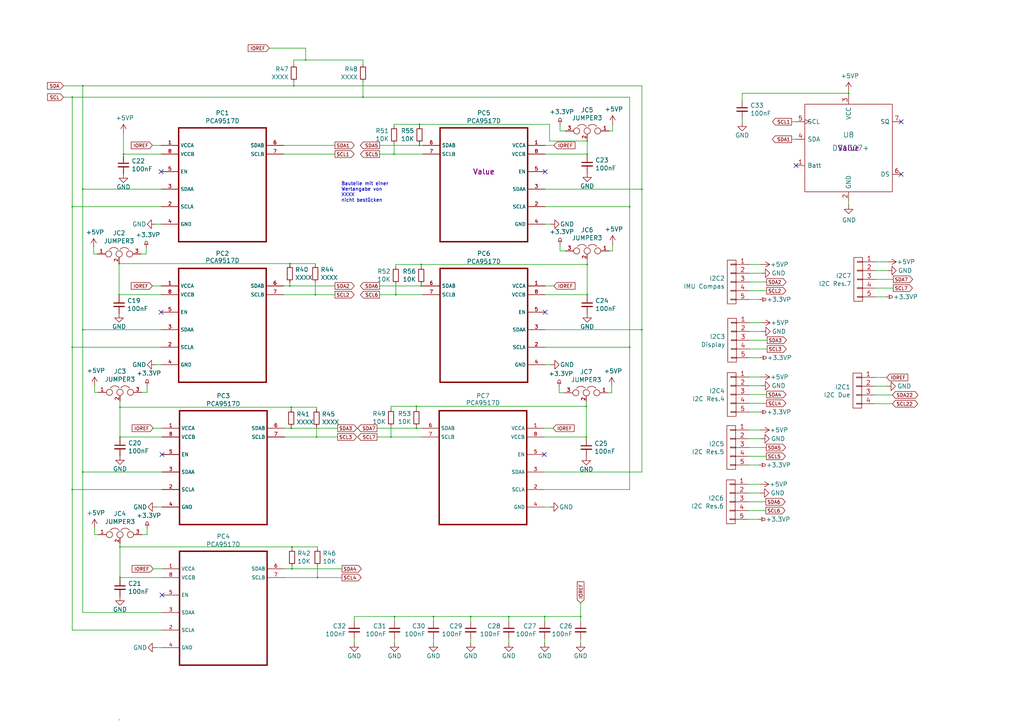
<source format=kicad_sch>
(kicad_sch (version 20201015) (generator eeschema)
  (page 1 35)
  (paper "A4")
  (title_block (title "Ardumower shield SVN Version") (date "2020-07-06") (rev "1.4") (company "ML AG JL UZ"))
  (junction (at 20.955 28.194) (diameter 0.3048))
  (junction (at 20.955 59.944) (diameter 0.3048))
  (junction (at 20.955 100.711) (diameter 0.3048))
  (junction (at 20.955 141.986) (diameter 0.3048))
  (junction (at 24.003 24.892) (diameter 0.3048))
  (junction (at 24.003 54.864) (diameter 0.3048))
  (junction (at 24.003 95.631) (diameter 0.3048))
  (junction (at 24.003 136.906) (diameter 0.3048))
  (junction (at 34.544 76.454) (diameter 0.3048))
  (junction (at 34.544 85.471) (diameter 0.3048))
  (junction (at 34.798 118.11) (diameter 0.3048))
  (junction (at 34.798 126.746) (diameter 0.3048))
  (junction (at 34.798 158.623) (diameter 0.3048))
  (junction (at 34.798 167.513) (diameter 0.3048))
  (junction (at 35.814 44.704) (diameter 0.3048))
  (junction (at 84.074 76.454) (diameter 0.3048))
  (junction (at 84.074 82.931) (diameter 0.3048))
  (junction (at 84.455 118.11) (diameter 0.3048))
  (junction (at 84.455 124.206) (diameter 0.3048))
  (junction (at 84.709 158.623) (diameter 0.3048))
  (junction (at 84.709 164.973) (diameter 0.3048))
  (junction (at 85.217 24.892) (diameter 0.3048))
  (junction (at 88.646 17.399) (diameter 0.3048))
  (junction (at 91.44 85.471) (diameter 0.3048))
  (junction (at 91.821 126.746) (diameter 0.3048))
  (junction (at 92.075 167.513) (diameter 0.3048))
  (junction (at 105.283 28.194) (diameter 0.3048))
  (junction (at 113.411 126.746) (diameter 0.3048))
  (junction (at 114.3 44.704) (diameter 0.3048))
  (junction (at 114.427 178.816) (diameter 0.3048))
  (junction (at 114.808 85.471) (diameter 0.3048))
  (junction (at 120.777 117.856) (diameter 0.3048))
  (junction (at 120.777 124.206) (diameter 0.3048))
  (junction (at 121.666 36.068) (diameter 0.3048))
  (junction (at 121.666 42.164) (diameter 0.3048))
  (junction (at 122.174 76.708) (diameter 0.3048))
  (junction (at 122.174 82.931) (diameter 0.3048))
  (junction (at 125.73 178.816) (diameter 0.3048))
  (junction (at 136.525 178.816) (diameter 0.3048))
  (junction (at 147.574 178.816) (diameter 0.3048))
  (junction (at 157.988 178.816) (diameter 0.3048))
  (junction (at 168.402 178.816) (diameter 0.3048))
  (junction (at 170.053 117.856) (diameter 0.3048))
  (junction (at 170.053 126.746) (diameter 0.3048))
  (junction (at 170.307 40.894) (diameter 0.3048))
  (junction (at 170.307 44.704) (diameter 0.3048))
  (junction (at 170.307 76.708) (diameter 0.3048))
  (junction (at 170.307 85.471) (diameter 0.3048))
  (junction (at 182.626 59.944) (diameter 0.3048))
  (junction (at 182.626 100.711) (diameter 0.3048))
  (junction (at 186.182 54.864) (diameter 0.3048))
  (junction (at 186.182 95.631) (diameter 0.3048))
  (junction (at 246.126 27.051) (diameter 0.3048))
  (no_connect (at 46.736 49.784))
  (no_connect (at 46.99 131.826))
  (no_connect (at 261.366 50.546))
  (no_connect (at 157.861 131.826))
  (no_connect (at 46.736 90.551))
  (no_connect (at 230.886 48.006))
  (no_connect (at 46.99 172.593))
  (no_connect (at 158.115 49.784))
  (no_connect (at 261.366 35.306))
  (no_connect (at 158.115 90.551))
  (wire (pts (xy 18.415 24.892) (xy 24.003 24.892)))
  (wire (pts (xy 18.415 28.194) (xy 20.955 28.194)))
  (wire (pts (xy 20.955 28.194) (xy 20.955 59.944)))
  (wire (pts (xy 20.955 28.194) (xy 105.283 28.194)))
  (wire (pts (xy 20.955 59.944) (xy 20.955 100.711)))
  (wire (pts (xy 20.955 59.944) (xy 46.736 59.944)))
  (wire (pts (xy 20.955 100.711) (xy 20.955 141.986)))
  (wire (pts (xy 20.955 100.711) (xy 46.736 100.711)))
  (wire (pts (xy 20.955 141.986) (xy 20.955 182.753)))
  (wire (pts (xy 20.955 141.986) (xy 46.99 141.986)))
  (wire (pts (xy 20.955 182.753) (xy 46.99 182.753)))
  (wire (pts (xy 24.003 24.892) (xy 24.003 54.864)))
  (wire (pts (xy 24.003 24.892) (xy 85.217 24.892)))
  (wire (pts (xy 24.003 54.864) (xy 24.003 95.631)))
  (wire (pts (xy 24.003 54.864) (xy 46.736 54.864)))
  (wire (pts (xy 24.003 95.631) (xy 24.003 136.906)))
  (wire (pts (xy 24.003 95.631) (xy 46.736 95.631)))
  (wire (pts (xy 24.003 136.906) (xy 24.003 177.673)))
  (wire (pts (xy 24.003 136.906) (xy 46.99 136.906)))
  (wire (pts (xy 24.003 177.673) (xy 46.99 177.673)))
  (wire (pts (xy 27.178 73.66) (xy 27.178 71.755)))
  (wire (pts (xy 27.432 113.792) (xy 27.432 111.887)))
  (wire (pts (xy 27.432 155.067) (xy 27.432 153.162)))
  (wire (pts (xy 28.194 73.66) (xy 27.178 73.66)))
  (wire (pts (xy 28.448 113.792) (xy 27.432 113.792)))
  (wire (pts (xy 28.448 155.067) (xy 27.432 155.067)))
  (wire (pts (xy 34.544 76.2) (xy 34.544 76.454)))
  (wire (pts (xy 34.544 76.454) (xy 34.544 85.471)))
  (wire (pts (xy 34.544 76.454) (xy 84.074 76.454)))
  (wire (pts (xy 34.544 85.471) (xy 34.544 85.852)))
  (wire (pts (xy 34.544 85.471) (xy 46.736 85.471)))
  (wire (pts (xy 34.798 116.332) (xy 34.798 118.11)))
  (wire (pts (xy 34.798 118.11) (xy 34.798 126.746)))
  (wire (pts (xy 34.798 118.11) (xy 84.455 118.11)))
  (wire (pts (xy 34.798 126.746) (xy 34.798 127.127)))
  (wire (pts (xy 34.798 157.607) (xy 34.798 158.623)))
  (wire (pts (xy 34.798 158.623) (xy 34.798 167.513)))
  (wire (pts (xy 34.798 158.623) (xy 84.709 158.623)))
  (wire (pts (xy 34.798 167.513) (xy 34.798 167.894)))
  (wire (pts (xy 35.814 38.608) (xy 35.814 44.704)))
  (wire (pts (xy 35.814 44.704) (xy 35.814 45.339)))
  (wire (pts (xy 35.814 44.704) (xy 46.736 44.704)))
  (wire (pts (xy 40.894 73.66) (xy 42.418 73.66)))
  (wire (pts (xy 41.148 113.792) (xy 42.672 113.792)))
  (wire (pts (xy 41.148 155.067) (xy 42.672 155.067)))
  (wire (pts (xy 42.418 73.66) (xy 42.418 71.755)))
  (wire (pts (xy 42.672 113.792) (xy 42.672 111.887)))
  (wire (pts (xy 42.672 155.067) (xy 42.672 153.162)))
  (wire (pts (xy 44.196 42.164) (xy 46.736 42.164)))
  (wire (pts (xy 44.196 82.931) (xy 46.736 82.931)))
  (wire (pts (xy 44.45 124.206) (xy 46.99 124.206)))
  (wire (pts (xy 44.45 164.973) (xy 46.99 164.973)))
  (wire (pts (xy 45.212 65.024) (xy 46.736 65.024)))
  (wire (pts (xy 45.212 105.791) (xy 46.736 105.791)))
  (wire (pts (xy 45.466 147.066) (xy 46.99 147.066)))
  (wire (pts (xy 45.466 187.833) (xy 46.99 187.833)))
  (wire (pts (xy 46.99 126.746) (xy 34.798 126.746)))
  (wire (pts (xy 46.99 167.513) (xy 34.798 167.513)))
  (wire (pts (xy 78.105 13.97) (xy 88.646 13.97)))
  (wire (pts (xy 82.296 42.164) (xy 97.155 42.164)))
  (wire (pts (xy 82.296 44.704) (xy 97.155 44.704)))
  (wire (pts (xy 82.296 82.931) (xy 84.074 82.931)))
  (wire (pts (xy 82.296 85.471) (xy 91.44 85.471)))
  (wire (pts (xy 82.55 124.206) (xy 84.455 124.206)))
  (wire (pts (xy 82.55 126.746) (xy 91.821 126.746)))
  (wire (pts (xy 82.55 164.973) (xy 84.709 164.973)))
  (wire (pts (xy 82.55 167.513) (xy 92.075 167.513)))
  (wire (pts (xy 84.074 76.454) (xy 84.074 76.835)))
  (wire (pts (xy 84.074 76.454) (xy 91.44 76.454)))
  (wire (pts (xy 84.074 81.915) (xy 84.074 82.931)))
  (wire (pts (xy 84.074 82.931) (xy 97.155 82.931)))
  (wire (pts (xy 84.455 118.11) (xy 84.455 118.745)))
  (wire (pts (xy 84.455 118.11) (xy 91.821 118.11)))
  (wire (pts (xy 84.455 123.825) (xy 84.455 124.206)))
  (wire (pts (xy 84.455 124.206) (xy 97.917 124.206)))
  (wire (pts (xy 84.709 158.623) (xy 84.709 159.131)))
  (wire (pts (xy 84.709 158.623) (xy 92.075 158.623)))
  (wire (pts (xy 84.709 164.211) (xy 84.709 164.973)))
  (wire (pts (xy 84.709 164.973) (xy 99.187 164.973)))
  (wire (pts (xy 85.217 17.399) (xy 88.646 17.399)))
  (wire (pts (xy 85.217 18.669) (xy 85.217 17.399)))
  (wire (pts (xy 85.217 23.749) (xy 85.217 24.892)))
  (wire (pts (xy 85.217 24.892) (xy 186.182 24.892)))
  (wire (pts (xy 88.646 13.97) (xy 88.646 17.399)))
  (wire (pts (xy 88.646 17.399) (xy 105.283 17.399)))
  (wire (pts (xy 91.44 76.454) (xy 91.44 76.835)))
  (wire (pts (xy 91.44 81.915) (xy 91.44 85.471)))
  (wire (pts (xy 91.44 85.471) (xy 97.155 85.471)))
  (wire (pts (xy 91.821 118.11) (xy 91.821 118.745)))
  (wire (pts (xy 91.821 123.825) (xy 91.821 126.746)))
  (wire (pts (xy 91.821 126.746) (xy 97.917 126.746)))
  (wire (pts (xy 92.075 158.623) (xy 92.075 159.131)))
  (wire (pts (xy 92.075 164.211) (xy 92.075 167.513)))
  (wire (pts (xy 92.075 167.513) (xy 99.187 167.513)))
  (wire (pts (xy 102.743 178.816) (xy 102.743 180.213)))
  (wire (pts (xy 102.743 178.816) (xy 114.427 178.816)))
  (wire (pts (xy 102.743 186.436) (xy 102.743 185.293)))
  (wire (pts (xy 105.283 17.399) (xy 105.283 18.669)))
  (wire (pts (xy 105.283 28.194) (xy 105.283 23.749)))
  (wire (pts (xy 105.283 28.194) (xy 182.626 28.194)))
  (wire (pts (xy 109.347 124.206) (xy 120.777 124.206)))
  (wire (pts (xy 109.347 126.746) (xy 113.411 126.746)))
  (wire (pts (xy 110.109 42.164) (xy 121.666 42.164)))
  (wire (pts (xy 110.109 44.704) (xy 114.3 44.704)))
  (wire (pts (xy 110.109 82.931) (xy 122.174 82.931)))
  (wire (pts (xy 110.109 85.471) (xy 114.808 85.471)))
  (wire (pts (xy 113.411 117.856) (xy 120.777 117.856)))
  (wire (pts (xy 113.411 118.618) (xy 113.411 117.856)))
  (wire (pts (xy 113.411 123.698) (xy 113.411 126.746)))
  (wire (pts (xy 113.411 126.746) (xy 122.301 126.746)))
  (wire (pts (xy 114.3 36.068) (xy 121.666 36.068)))
  (wire (pts (xy 114.3 36.576) (xy 114.3 36.068)))
  (wire (pts (xy 114.3 41.656) (xy 114.3 44.704)))
  (wire (pts (xy 114.3 44.704) (xy 122.555 44.704)))
  (wire (pts (xy 114.427 178.816) (xy 114.427 180.213)))
  (wire (pts (xy 114.427 178.816) (xy 125.73 178.816)))
  (wire (pts (xy 114.427 186.436) (xy 114.427 185.293)))
  (wire (pts (xy 114.808 76.708) (xy 122.174 76.708)))
  (wire (pts (xy 114.808 77.343) (xy 114.808 76.708)))
  (wire (pts (xy 114.808 82.423) (xy 114.808 85.471)))
  (wire (pts (xy 114.808 85.471) (xy 122.555 85.471)))
  (wire (pts (xy 120.777 117.856) (xy 120.777 118.618)))
  (wire (pts (xy 120.777 117.856) (xy 170.053 117.856)))
  (wire (pts (xy 120.777 123.698) (xy 120.777 124.206)))
  (wire (pts (xy 120.777 124.206) (xy 122.301 124.206)))
  (wire (pts (xy 121.666 36.068) (xy 121.666 36.576)))
  (wire (pts (xy 121.666 36.068) (xy 159.385 36.068)))
  (wire (pts (xy 121.666 41.656) (xy 121.666 42.164)))
  (wire (pts (xy 121.666 42.164) (xy 122.555 42.164)))
  (wire (pts (xy 122.174 76.708) (xy 122.174 77.343)))
  (wire (pts (xy 122.174 76.708) (xy 170.307 76.708)))
  (wire (pts (xy 122.174 82.423) (xy 122.174 82.931)))
  (wire (pts (xy 122.174 82.931) (xy 122.555 82.931)))
  (wire (pts (xy 125.73 178.816) (xy 125.73 180.213)))
  (wire (pts (xy 125.73 178.816) (xy 136.525 178.816)))
  (wire (pts (xy 125.73 186.436) (xy 125.73 185.293)))
  (wire (pts (xy 136.525 178.816) (xy 136.525 180.213)))
  (wire (pts (xy 136.525 178.816) (xy 147.574 178.816)))
  (wire (pts (xy 136.525 186.436) (xy 136.525 185.293)))
  (wire (pts (xy 147.574 178.816) (xy 147.574 180.213)))
  (wire (pts (xy 147.574 178.816) (xy 157.988 178.816)))
  (wire (pts (xy 147.574 186.436) (xy 147.574 185.293)))
  (wire (pts (xy 157.861 124.206) (xy 160.401 124.206)))
  (wire (pts (xy 157.861 126.746) (xy 170.053 126.746)))
  (wire (pts (xy 157.988 178.816) (xy 157.988 180.213)))
  (wire (pts (xy 157.988 178.816) (xy 168.402 178.816)))
  (wire (pts (xy 157.988 186.436) (xy 157.988 185.293)))
  (wire (pts (xy 158.115 42.164) (xy 160.655 42.164)))
  (wire (pts (xy 158.115 44.704) (xy 170.307 44.704)))
  (wire (pts (xy 158.115 54.864) (xy 186.182 54.864)))
  (wire (pts (xy 158.115 59.944) (xy 182.626 59.944)))
  (wire (pts (xy 158.115 82.931) (xy 160.655 82.931)))
  (wire (pts (xy 158.115 85.471) (xy 170.307 85.471)))
  (wire (pts (xy 159.385 36.068) (xy 159.385 40.894)))
  (wire (pts (xy 159.385 40.894) (xy 170.307 40.894)))
  (wire (pts (xy 159.385 147.066) (xy 157.861 147.066)))
  (wire (pts (xy 159.639 65.024) (xy 158.115 65.024)))
  (wire (pts (xy 159.639 105.791) (xy 158.115 105.791)))
  (wire (pts (xy 162.179 113.919) (xy 162.179 112.014)))
  (wire (pts (xy 162.433 37.973) (xy 162.433 36.068)))
  (wire (pts (xy 162.433 72.771) (xy 162.433 70.866)))
  (wire (pts (xy 163.703 113.919) (xy 162.179 113.919)))
  (wire (pts (xy 163.957 37.973) (xy 162.433 37.973)))
  (wire (pts (xy 163.957 72.771) (xy 162.433 72.771)))
  (wire (pts (xy 168.402 174.879) (xy 168.402 178.816)))
  (wire (pts (xy 168.402 178.816) (xy 168.402 180.213)))
  (wire (pts (xy 168.402 186.436) (xy 168.402 185.293)))
  (wire (pts (xy 170.053 116.459) (xy 170.053 117.856)))
  (wire (pts (xy 170.053 117.856) (xy 170.053 126.746)))
  (wire (pts (xy 170.053 126.746) (xy 170.053 127.254)))
  (wire (pts (xy 170.307 40.513) (xy 170.307 40.894)))
  (wire (pts (xy 170.307 40.894) (xy 170.307 44.704)))
  (wire (pts (xy 170.307 44.704) (xy 170.307 45.085)))
  (wire (pts (xy 170.307 75.311) (xy 170.307 76.708)))
  (wire (pts (xy 170.307 76.708) (xy 170.307 85.471)))
  (wire (pts (xy 170.307 85.471) (xy 170.307 85.852)))
  (wire (pts (xy 176.403 113.919) (xy 177.419 113.919)))
  (wire (pts (xy 176.657 37.973) (xy 177.673 37.973)))
  (wire (pts (xy 176.657 72.771) (xy 177.673 72.771)))
  (wire (pts (xy 177.419 113.919) (xy 177.419 112.014)))
  (wire (pts (xy 177.673 37.973) (xy 177.673 36.068)))
  (wire (pts (xy 177.673 72.771) (xy 177.673 70.866)))
  (wire (pts (xy 182.626 28.194) (xy 182.626 59.944)))
  (wire (pts (xy 182.626 59.944) (xy 182.626 100.711)))
  (wire (pts (xy 182.626 100.711) (xy 158.115 100.711)))
  (wire (pts (xy 182.626 100.711) (xy 182.626 141.986)))
  (wire (pts (xy 182.626 141.986) (xy 157.861 141.986)))
  (wire (pts (xy 186.182 24.892) (xy 186.182 54.864)))
  (wire (pts (xy 186.182 54.864) (xy 186.182 95.631)))
  (wire (pts (xy 186.182 95.631) (xy 158.115 95.631)))
  (wire (pts (xy 186.182 95.631) (xy 186.182 136.906)))
  (wire (pts (xy 186.182 136.906) (xy 157.861 136.906)))
  (wire (pts (xy 215.265 27.051) (xy 246.126 27.051)))
  (wire (pts (xy 215.265 29.21) (xy 215.265 27.051)))
  (wire (pts (xy 215.265 35.433) (xy 215.265 34.29)))
  (wire (pts (xy 217.043 140.462) (xy 220.472 140.462)))
  (wire (pts (xy 217.043 143.002) (xy 220.472 143.002)))
  (wire (pts (xy 217.043 145.542) (xy 222.123 145.542)))
  (wire (pts (xy 217.043 148.082) (xy 222.123 148.082)))
  (wire (pts (xy 217.17 124.714) (xy 220.599 124.714)))
  (wire (pts (xy 217.17 127.254) (xy 220.599 127.254)))
  (wire (pts (xy 217.17 129.794) (xy 222.25 129.794)))
  (wire (pts (xy 217.17 132.334) (xy 222.25 132.334)))
  (wire (pts (xy 217.297 76.708) (xy 220.726 76.708)))
  (wire (pts (xy 217.297 79.248) (xy 220.726 79.248)))
  (wire (pts (xy 217.297 81.788) (xy 222.377 81.788)))
  (wire (pts (xy 217.297 84.328) (xy 222.377 84.328)))
  (wire (pts (xy 217.297 109.347) (xy 220.726 109.347)))
  (wire (pts (xy 217.297 111.887) (xy 220.726 111.887)))
  (wire (pts (xy 217.297 114.427) (xy 222.377 114.427)))
  (wire (pts (xy 217.297 116.967) (xy 222.377 116.967)))
  (wire (pts (xy 217.424 93.599) (xy 220.853 93.599)))
  (wire (pts (xy 217.424 96.139) (xy 220.853 96.139)))
  (wire (pts (xy 217.424 98.679) (xy 222.504 98.679)))
  (wire (pts (xy 217.424 101.219) (xy 222.504 101.219)))
  (wire (pts (xy 220.091 150.622) (xy 217.043 150.622)))
  (wire (pts (xy 220.218 134.874) (xy 217.17 134.874)))
  (wire (pts (xy 220.345 86.868) (xy 217.297 86.868)))
  (wire (pts (xy 220.345 119.507) (xy 217.297 119.507)))
  (wire (pts (xy 220.472 103.759) (xy 217.424 103.759)))
  (wire (pts (xy 230.886 35.306) (xy 229.616 35.306)))
  (wire (pts (xy 230.886 40.386) (xy 229.616 40.386)))
  (wire (pts (xy 246.126 26.416) (xy 246.126 27.051)))
  (wire (pts (xy 246.126 27.051) (xy 246.126 27.686)))
  (wire (pts (xy 246.126 59.436) (xy 246.126 58.166)))
  (wire (pts (xy 253.746 109.474) (xy 257.175 109.474)))
  (wire (pts (xy 253.746 112.014) (xy 257.175 112.014)))
  (wire (pts (xy 253.746 114.554) (xy 258.826 114.554)))
  (wire (pts (xy 253.746 117.094) (xy 258.826 117.094)))
  (wire (pts (xy 254 75.946) (xy 257.429 75.946)))
  (wire (pts (xy 254 78.486) (xy 257.429 78.486)))
  (wire (pts (xy 254 81.026) (xy 259.08 81.026)))
  (wire (pts (xy 254 83.566) (xy 259.08 83.566)))
  (wire (pts (xy 257.048 86.106) (xy 254 86.106)))
  (polyline (pts (xy 34.544 208.788) (xy 34.671 208.788)) (stroke (width 0) (type dash)))
  (image (at 726.567 76.327))
  (text "Bauteile mit einer \nWertangabe von \nXXXX\nnicht bestücken" (at 98.933 58.801 0) (effects (font (size 0.9906 0.9906)) (justify left bottom)))
  (text "beim i2c PC1 den jumper 5v/3,3V weglassen \nda ist ja die Uhr dran die hat immer 5v. \ndie 10k widerstände an dieser stelle auf jeden fall weg die Uhr hat die selber." (at 322.072 110.871 0) (effects (font (size 2.0066 2.0066)) (justify left bottom)))
  (global_label "SDA" (shape input) (at 18.415 24.892 180) (effects (font (size 0.9906 0.9906))))
  (global_label "SCL" (shape input) (at 18.415 28.194 180) (effects (font (size 0.9906 0.9906))))
  (global_label "IOREF" (shape input) (at 44.196 42.164 180) (effects (font (size 0.9906 0.9906))))
  (global_label "IOREF" (shape input) (at 44.196 82.931 180) (effects (font (size 0.9906 0.9906))))
  (global_label "IOREF" (shape input) (at 44.45 124.206 180) (effects (font (size 0.9906 0.9906))))
  (global_label "IOREF" (shape input) (at 44.45 164.973 180) (effects (font (size 0.9906 0.9906))))
  (global_label "IOREF" (shape input) (at 78.105 13.97 180) (effects (font (size 0.9906 0.9906))))
  (global_label "SDA1" (shape output) (at 97.155 42.164 0) (effects (font (size 0.9906 0.9906))))
  (global_label "SCL1" (shape output) (at 97.155 44.704 0) (effects (font (size 0.9906 0.9906))))
  (global_label "SDA2" (shape output) (at 97.155 82.931 0) (effects (font (size 0.9906 0.9906))))
  (global_label "SCL2" (shape output) (at 97.155 85.471 0) (effects (font (size 0.9906 0.9906))))
  (global_label "SDA3" (shape output) (at 97.917 124.206 0) (effects (font (size 0.9906 0.9906))))
  (global_label "SCL3" (shape output) (at 97.917 126.746 0) (effects (font (size 0.9906 0.9906))))
  (global_label "SDA4" (shape output) (at 99.187 164.973 0) (effects (font (size 0.9906 0.9906))))
  (global_label "SCL4" (shape output) (at 99.187 167.513 0) (effects (font (size 0.9906 0.9906))))
  (global_label "SDA7" (shape output) (at 109.347 124.206 180) (effects (font (size 0.9906 0.9906))))
  (global_label "SCL7" (shape output) (at 109.347 126.746 180) (effects (font (size 0.9906 0.9906))))
  (global_label "SDA5" (shape output) (at 110.109 42.164 180) (effects (font (size 0.9906 0.9906))))
  (global_label "SCL5" (shape output) (at 110.109 44.704 180) (effects (font (size 0.9906 0.9906))))
  (global_label "SDA6" (shape output) (at 110.109 82.931 180) (effects (font (size 0.9906 0.9906))))
  (global_label "SCL6" (shape output) (at 110.109 85.471 180) (effects (font (size 0.9906 0.9906))))
  (global_label "IOREF" (shape input) (at 160.401 124.206 0) (effects (font (size 0.9906 0.9906))))
  (global_label "IOREF" (shape input) (at 160.655 42.164 0) (effects (font (size 0.9906 0.9906))))
  (global_label "IOREF" (shape input) (at 160.655 82.931 0) (effects (font (size 0.9906 0.9906))))
  (global_label "IOREF" (shape input) (at 168.402 174.879 90) (effects (font (size 0.9906 0.9906))))
  (global_label "SDA6" (shape output) (at 222.123 145.542 0) (effects (font (size 0.9906 0.9906))))
  (global_label "SCL6" (shape output) (at 222.123 148.082 0) (effects (font (size 0.9906 0.9906))))
  (global_label "SDA5" (shape output) (at 222.25 129.794 0) (effects (font (size 0.9906 0.9906))))
  (global_label "SCL5" (shape output) (at 222.25 132.334 0) (effects (font (size 0.9906 0.9906))))
  (global_label "SDA2" (shape output) (at 222.377 81.788 0) (effects (font (size 0.9906 0.9906))))
  (global_label "SCL2" (shape output) (at 222.377 84.328 0) (effects (font (size 0.9906 0.9906))))
  (global_label "SDA4" (shape output) (at 222.377 114.427 0) (effects (font (size 0.9906 0.9906))))
  (global_label "SCL4" (shape output) (at 222.377 116.967 0) (effects (font (size 0.9906 0.9906))))
  (global_label "SDA3" (shape output) (at 222.504 98.679 0) (effects (font (size 0.9906 0.9906))))
  (global_label "SCL3" (shape output) (at 222.504 101.219 0) (effects (font (size 0.9906 0.9906))))
  (global_label "SCL1" (shape output) (at 229.616 35.306 180) (effects (font (size 0.9906 0.9906))))
  (global_label "SDA1" (shape output) (at 229.616 40.386 180) (effects (font (size 0.9906 0.9906))))
  (global_label "IOREF" (shape input) (at 257.175 109.474 0) (effects (font (size 0.9906 0.9906))))
  (global_label "SDA22" (shape bidirectional) (at 258.826 114.554 0) (effects (font (size 0.9906 0.9906))))
  (global_label "SCL22" (shape bidirectional) (at 258.826 117.094 0) (effects (font (size 0.9906 0.9906))))
  (global_label "SDA7" (shape output) (at 259.08 81.026 0) (effects (font (size 0.9906 0.9906))))
  (global_label "SCL7" (shape output) (at 259.08 83.566 0) (effects (font (size 0.9906 0.9906))))
  (symbol (lib_id "ardumower-mega-shield-svn-rescue:+3.3VP-RESCUE-ardumower_mega_shield_svn") (at 42.418 71.755 0) (unit 1)
    (property "Reference" "#PWR0255" (effects hide))
    (property "Value" "+3.3VP" (at 42.926 68.1228 0))
  )
  (symbol (lib_id "ardumower-mega-shield-svn-rescue:+3.3VP-RESCUE-ardumower_mega_shield_svn") (at 42.672 111.887 0) (unit 1)
    (property "Reference" "#PWR0253" (effects hide))
    (property "Value" "+3.3VP" (at 43.18 108.2548 0))
  )
  (symbol (lib_id "ardumower-mega-shield-svn-rescue:+3.3VP-RESCUE-ardumower_mega_shield_svn") (at 42.672 153.162 0) (unit 1)
    (property "Reference" "#PWR0251" (effects hide))
    (property "Value" "+3.3VP" (at 43.18 149.5298 0))
  )
  (symbol (lib_id "ardumower-mega-shield-svn-rescue:+3.3VP-RESCUE-ardumower_mega_shield_svn") (at 162.179 112.014 0) (unit 1)
    (property "Reference" "#PWR0248" (effects hide))
    (property "Value" "+3.3VP" (at 162.687 108.3818 0))
  )
  (symbol (lib_id "ardumower-mega-shield-svn-rescue:+3.3VP-RESCUE-ardumower_mega_shield_svn") (at 162.433 36.068 0) (unit 1)
    (property "Reference" "#PWR0245" (effects hide))
    (property "Value" "+3.3VP" (at 162.941 32.4358 0))
  )
  (symbol (lib_id "ardumower-mega-shield-svn-rescue:+3.3VP-RESCUE-ardumower_mega_shield_svn") (at 162.433 70.866 0) (unit 1)
    (property "Reference" "#PWR0246" (effects hide))
    (property "Value" "+3.3VP" (at 162.941 67.2338 0))
  )
  (symbol (lib_id "ardumower-mega-shield-svn-rescue:+3.3VP-RESCUE-ardumower_mega_shield_svn") (at 220.091 150.622 270) (mirror x) (unit 1)
    (property "Reference" "#PWR0242" (effects hide))
    (property "Value" "+3.3VP" (at 225.679 150.622 90))
  )
  (symbol (lib_id "ardumower-mega-shield-svn-rescue:+3.3VP-RESCUE-ardumower_mega_shield_svn") (at 220.218 134.874 270) (mirror x) (unit 1)
    (property "Reference" "#PWR0240" (effects hide))
    (property "Value" "+3.3VP" (at 225.806 134.874 90))
  )
  (symbol (lib_id "ardumower-mega-shield-svn-rescue:+3.3VP-RESCUE-ardumower_mega_shield_svn") (at 220.345 86.868 270) (mirror x) (unit 1)
    (property "Reference" "#PWR0234" (effects hide))
    (property "Value" "+3.3VP" (at 225.933 86.868 90))
  )
  (symbol (lib_id "ardumower-mega-shield-svn-rescue:+3.3VP-RESCUE-ardumower_mega_shield_svn") (at 220.345 119.507 270) (mirror x) (unit 1)
    (property "Reference" "#PWR0238" (effects hide))
    (property "Value" "+3.3VP" (at 225.933 119.507 90))
  )
  (symbol (lib_id "ardumower-mega-shield-svn-rescue:+3.3VP-RESCUE-ardumower_mega_shield_svn") (at 220.472 103.759 270) (mirror x) (unit 1)
    (property "Reference" "#PWR0236" (effects hide))
    (property "Value" "+3.3VP" (at 226.06 103.759 90))
  )
  (symbol (lib_id "ardumower-mega-shield-svn-rescue:+3.3VP-RESCUE-ardumower_mega_shield_svn") (at 257.048 86.106 270) (mirror x) (unit 1)
    (property "Reference" "#PWR0232" (effects hide))
    (property "Value" "+3.3VP" (at 262.636 86.106 90))
  )
  (symbol (lib_id "ardumower-mega-shield-svn-rescue:+5VP-RESCUE-ardumower_mega_shield_svn") (at 27.178 71.755 0) (unit 1)
    (property "Reference" "#PWR0254" (effects hide))
    (property "Value" "+5VP" (at 27.559 67.3608 0))
  )
  (symbol (lib_id "ardumower-mega-shield-svn-rescue:+5VP-RESCUE-ardumower_mega_shield_svn") (at 27.432 111.887 0) (unit 1)
    (property "Reference" "#PWR0252" (effects hide))
    (property "Value" "+5VP" (at 27.813 107.4928 0))
  )
  (symbol (lib_id "ardumower-mega-shield-svn-rescue:+5VP-RESCUE-ardumower_mega_shield_svn") (at 27.432 153.162 0) (unit 1)
    (property "Reference" "#PWR0250" (effects hide))
    (property "Value" "+5VP" (at 27.813 148.7678 0))
  )
  (symbol (lib_id "ardumower-mega-shield-svn-rescue:+5VP-RESCUE-ardumower_mega_shield_svn") (at 35.814 38.608 0) (unit 1)
    (property "Reference" "#PWR0256" (effects hide))
    (property "Value" "+5VP" (at 36.195 34.2138 0))
  )
  (symbol (lib_id "ardumower-mega-shield-svn-rescue:+5VP-RESCUE-ardumower_mega_shield_svn") (at 177.419 112.014 0) (unit 1)
    (property "Reference" "#PWR0249" (effects hide))
    (property "Value" "+5VP" (at 177.8 107.6198 0))
  )
  (symbol (lib_id "ardumower-mega-shield-svn-rescue:+5VP-RESCUE-ardumower_mega_shield_svn") (at 177.673 36.068 0) (unit 1)
    (property "Reference" "#PWR0244" (effects hide))
    (property "Value" "+5VP" (at 178.054 31.6738 0))
  )
  (symbol (lib_id "ardumower-mega-shield-svn-rescue:+5VP-RESCUE-ardumower_mega_shield_svn") (at 177.673 70.866 0) (unit 1)
    (property "Reference" "#PWR0247" (effects hide))
    (property "Value" "+5VP" (at 178.054 66.4718 0))
  )
  (symbol (lib_id "ardumower-mega-shield-svn-rescue:+5VP-RESCUE-ardumower_mega_shield_svn") (at 220.472 140.462 270) (mirror x) (unit 1)
    (property "Reference" "#PWR0241" (effects hide))
    (property "Value" "+5VP" (at 225.806 140.462 90))
  )
  (symbol (lib_id "ardumower-mega-shield-svn-rescue:+5VP-RESCUE-ardumower_mega_shield_svn") (at 220.599 124.714 270) (mirror x) (unit 1)
    (property "Reference" "#PWR0239" (effects hide))
    (property "Value" "+5VP" (at 225.933 124.714 90))
  )
  (symbol (lib_id "ardumower-mega-shield-svn-rescue:+5VP-RESCUE-ardumower_mega_shield_svn") (at 220.726 76.708 270) (mirror x) (unit 1)
    (property "Reference" "#PWR0233" (effects hide))
    (property "Value" "+5VP" (at 226.06 76.708 90))
  )
  (symbol (lib_id "ardumower-mega-shield-svn-rescue:+5VP-RESCUE-ardumower_mega_shield_svn") (at 220.726 109.347 270) (mirror x) (unit 1)
    (property "Reference" "#PWR0237" (effects hide))
    (property "Value" "+5VP" (at 226.06 109.347 90))
  )
  (symbol (lib_id "ardumower-mega-shield-svn-rescue:+5VP-RESCUE-ardumower_mega_shield_svn") (at 220.853 93.599 270) (mirror x) (unit 1)
    (property "Reference" "#PWR0235" (effects hide))
    (property "Value" "+5VP" (at 226.187 93.599 90))
  )
  (symbol (lib_id "ardumower-mega-shield-svn-rescue:+5VP-RESCUE-ardumower_mega_shield_svn") (at 246.126 26.416 0) (unit 1)
    (property "Reference" "#PWR0243" (effects hide))
    (property "Value" "+5VP" (at 246.507 22.0218 0))
  )
  (symbol (lib_id "ardumower-mega-shield-svn-rescue:+5VP-RESCUE-ardumower_mega_shield_svn") (at 257.429 75.946 270) (mirror x) (unit 1)
    (property "Reference" "#PWR0231" (effects hide))
    (property "Value" "+5VP" (at 262.763 75.946 90))
  )
  (symbol (lib_id "ardumower-mega-shield-svn-rescue:GND-RESCUE-ardumower_mega_shield_svn") (at 34.544 90.932 0) (mirror y) (unit 1)
    (property "Reference" "#PWR0257" (effects hide))
    (property "Value" "GND" (at 34.544 94.742 0))
  )
  (symbol (lib_id "ardumower-mega-shield-svn-rescue:GND-RESCUE-ardumower_mega_shield_svn") (at 34.798 132.207 0) (mirror y) (unit 1)
    (property "Reference" "#PWR0272" (effects hide))
    (property "Value" "GND" (at 34.798 136.017 0))
  )
  (symbol (lib_id "ardumower-mega-shield-svn-rescue:GND-RESCUE-ardumower_mega_shield_svn") (at 34.798 172.974 0) (mirror y) (unit 1)
    (property "Reference" "#PWR0259" (effects hide))
    (property "Value" "GND" (at 34.798 176.784 0))
  )
  (symbol (lib_id "ardumower-mega-shield-svn-rescue:GND-RESCUE-ardumower_mega_shield_svn") (at 35.814 50.419 0) (mirror y) (unit 1)
    (property "Reference" "#PWR0269" (effects hide))
    (property "Value" "GND" (at 35.814 54.229 0))
  )
  (symbol (lib_id "ardumower-mega-shield-svn-rescue:GND-RESCUE-ardumower_mega_shield_svn") (at 45.212 65.024 270) (mirror x) (unit 1)
    (property "Reference" "#PWR0218" (effects hide))
    (property "Value" "GND" (at 40.386 65.024 90))
  )
  (symbol (lib_id "ardumower-mega-shield-svn-rescue:GND-RESCUE-ardumower_mega_shield_svn") (at 45.212 105.791 270) (mirror x) (unit 1)
    (property "Reference" "#PWR0219" (effects hide))
    (property "Value" "GND" (at 40.386 105.791 90))
  )
  (symbol (lib_id "ardumower-mega-shield-svn-rescue:GND-RESCUE-ardumower_mega_shield_svn") (at 45.466 147.066 270) (mirror x) (unit 1)
    (property "Reference" "#PWR0220" (effects hide))
    (property "Value" "GND" (at 40.64 147.066 90))
  )
  (symbol (lib_id "ardumower-mega-shield-svn-rescue:GND-RESCUE-ardumower_mega_shield_svn") (at 45.466 187.833 270) (mirror x) (unit 1)
    (property "Reference" "#PWR0221" (effects hide))
    (property "Value" "GND" (at 40.64 187.833 90))
  )
  (symbol (lib_id "ardumower-mega-shield-svn-rescue:GND-RESCUE-ardumower_mega_shield_svn") (at 102.743 186.436 0) (unit 1)
    (property "Reference" "#PWR0268" (effects hide))
    (property "Value" "GND" (at 102.743 190.246 0))
  )
  (symbol (lib_id "ardumower-mega-shield-svn-rescue:GND-RESCUE-ardumower_mega_shield_svn") (at 114.427 186.436 0) (unit 1)
    (property "Reference" "#PWR0267" (effects hide))
    (property "Value" "GND" (at 114.427 190.246 0))
  )
  (symbol (lib_id "ardumower-mega-shield-svn-rescue:GND-RESCUE-ardumower_mega_shield_svn") (at 125.73 186.436 0) (unit 1)
    (property "Reference" "#PWR0266" (effects hide))
    (property "Value" "GND" (at 125.73 190.246 0))
  )
  (symbol (lib_id "ardumower-mega-shield-svn-rescue:GND-RESCUE-ardumower_mega_shield_svn") (at 136.525 186.436 0) (unit 1)
    (property "Reference" "#PWR0265" (effects hide))
    (property "Value" "GND" (at 136.525 190.246 0))
  )
  (symbol (lib_id "ardumower-mega-shield-svn-rescue:GND-RESCUE-ardumower_mega_shield_svn") (at 147.574 186.436 0) (unit 1)
    (property "Reference" "#PWR0264" (effects hide))
    (property "Value" "GND" (at 147.574 190.246 0))
  )
  (symbol (lib_id "ardumower-mega-shield-svn-rescue:GND-RESCUE-ardumower_mega_shield_svn") (at 157.988 186.436 0) (unit 1)
    (property "Reference" "#PWR0263" (effects hide))
    (property "Value" "GND" (at 157.988 190.246 0))
  )
  (symbol (lib_id "ardumower-mega-shield-svn-rescue:GND-RESCUE-ardumower_mega_shield_svn") (at 159.385 147.066 90) (unit 1)
    (property "Reference" "#PWR0224" (effects hide))
    (property "Value" "GND" (at 164.211 147.066 90))
  )
  (symbol (lib_id "ardumower-mega-shield-svn-rescue:GND-RESCUE-ardumower_mega_shield_svn") (at 159.639 65.024 90) (unit 1)
    (property "Reference" "#PWR0222" (effects hide))
    (property "Value" "GND" (at 164.465 65.024 90))
  )
  (symbol (lib_id "ardumower-mega-shield-svn-rescue:GND-RESCUE-ardumower_mega_shield_svn") (at 159.639 105.791 90) (unit 1)
    (property "Reference" "#PWR0223" (effects hide))
    (property "Value" "GND" (at 164.465 105.791 90))
  )
  (symbol (lib_id "ardumower-mega-shield-svn-rescue:GND-RESCUE-ardumower_mega_shield_svn") (at 168.402 186.436 0) (unit 1)
    (property "Reference" "#PWR0262" (effects hide))
    (property "Value" "GND" (at 168.402 190.246 0))
  )
  (symbol (lib_id "ardumower-mega-shield-svn-rescue:GND-RESCUE-ardumower_mega_shield_svn") (at 170.053 132.334 0) (mirror y) (unit 1)
    (property "Reference" "#PWR0258" (effects hide))
    (property "Value" "GND" (at 170.053 136.144 0))
  )
  (symbol (lib_id "ardumower-mega-shield-svn-rescue:GND-RESCUE-ardumower_mega_shield_svn") (at 170.307 50.165 0) (mirror y) (unit 1)
    (property "Reference" "#PWR0260" (effects hide))
    (property "Value" "GND" (at 170.307 53.975 0))
  )
  (symbol (lib_id "ardumower-mega-shield-svn-rescue:GND-RESCUE-ardumower_mega_shield_svn") (at 170.307 90.932 0) (mirror y) (unit 1)
    (property "Reference" "#PWR0261" (effects hide))
    (property "Value" "GND" (at 170.307 94.742 0))
  )
  (symbol (lib_id "ardumower-mega-shield-svn-rescue:GND-RESCUE-ardumower_mega_shield_svn") (at 215.265 35.433 0) (mirror y) (unit 1)
    (property "Reference" "#PWR0270" (effects hide))
    (property "Value" "GND" (at 215.265 39.243 0))
  )
  (symbol (lib_id "ardumower-mega-shield-svn-rescue:GND-RESCUE-ardumower_mega_shield_svn") (at 220.472 143.002 90) (unit 1)
    (property "Reference" "#PWR0229" (effects hide))
    (property "Value" "GND" (at 225.552 143.002 90))
  )
  (symbol (lib_id "ardumower-mega-shield-svn-rescue:GND-RESCUE-ardumower_mega_shield_svn") (at 220.599 127.254 90) (unit 1)
    (property "Reference" "#PWR0228" (effects hide))
    (property "Value" "GND" (at 225.679 127.254 90))
  )
  (symbol (lib_id "ardumower-mega-shield-svn-rescue:GND-RESCUE-ardumower_mega_shield_svn") (at 220.726 79.248 90) (unit 1)
    (property "Reference" "#PWR0217" (effects hide))
    (property "Value" "GND" (at 225.806 79.248 90))
  )
  (symbol (lib_id "ardumower-mega-shield-svn-rescue:GND-RESCUE-ardumower_mega_shield_svn") (at 220.726 111.887 90) (unit 1)
    (property "Reference" "#PWR0227" (effects hide))
    (property "Value" "GND" (at 225.806 111.887 90))
  )
  (symbol (lib_id "ardumower-mega-shield-svn-rescue:GND-RESCUE-ardumower_mega_shield_svn") (at 220.853 96.139 90) (unit 1)
    (property "Reference" "#PWR0226" (effects hide))
    (property "Value" "GND" (at 225.933 96.139 90))
  )
  (symbol (lib_id "ardumower-mega-shield-svn-rescue:GND-RESCUE-ardumower_mega_shield_svn") (at 246.126 59.436 0) (unit 1)
    (property "Reference" "#PWR0225" (effects hide))
    (property "Value" "GND" (at 246.253 63.8302 0))
  )
  (symbol (lib_id "ardumower-mega-shield-svn-rescue:GND-RESCUE-ardumower_mega_shield_svn") (at 257.175 112.014 90) (unit 1)
    (property "Reference" "#PWR0271" (effects hide))
    (property "Value" "GND" (at 262.255 112.014 90))
  )
  (symbol (lib_id "ardumower-mega-shield-svn-rescue:GND-RESCUE-ardumower_mega_shield_svn") (at 257.429 78.486 90) (unit 1)
    (property "Reference" "#PWR0230" (effects hide))
    (property "Value" "GND" (at 262.509 78.486 90))
  )
  (symbol (lib_id "ardumower-mega-shield-svn-rescue:R_Small-RESCUE-ardumower_mega_shield_svn") (at 84.074 79.375 0) (unit 1)
    (property "Reference" "R40" (at 85.5726 78.2066 0) (effects (justify left)))
    (property "Value" "XXXX" (at 85.5726 80.518 0) (effects (justify left)))
    (property "Footprint" "Zimprich:R_0603" (effects hide))
    (property "Gehäuseart" "Value" (effects hide))
    (property "Bestelllink" "Value" (effects hide))
    (property "Technische Daten" "Value" (effects hide))
    (property "Bestellnummer" "Value" (effects hide))
    (property "Bauform" "Value" (effects hide))
  )
  (symbol (lib_id "ardumower-mega-shield-svn-rescue:R_Small-RESCUE-ardumower_mega_shield_svn") (at 84.455 121.285 0) (unit 1)
    (property "Reference" "R41" (at 85.9536 120.1166 0) (effects (justify left)))
    (property "Value" "XXXX" (at 85.9536 122.428 0) (effects (justify left)))
    (property "Footprint" "Zimprich:R_0603" (effects hide))
    (property "Gehäuseart" "Value" (effects hide))
    (property "Bestelllink" "Value" (effects hide))
    (property "Technische Daten" "Value" (effects hide))
    (property "Bestellnummer" "Value" (effects hide))
    (property "Bauform" "Value" (effects hide))
  )
  (symbol (lib_id "ardumower-mega-shield-svn-rescue:R_Small-RESCUE-ardumower_mega_shield_svn") (at 84.709 161.671 0) (unit 1)
    (property "Reference" "R42" (at 86.2076 160.5026 0) (effects (justify left)))
    (property "Value" "10K" (at 86.2076 162.814 0) (effects (justify left)))
    (property "Footprint" "Zimprich:R_0603" (effects hide))
    (property "Gehäuseart" "Value" (effects hide))
    (property "Bestelllink" "Value" (effects hide))
    (property "Technische Daten" "Value" (effects hide))
    (property "Bestellnummer" "Value" (effects hide))
    (property "Bauform" "Value" (effects hide))
  )
  (symbol (lib_id "ardumower-mega-shield-svn-rescue:R_Small-RESCUE-ardumower_mega_shield_svn") (at 85.217 21.209 0) (mirror y) (unit 1)
    (property "Reference" "R47" (at 83.7438 20.0406 0) (effects (justify left)))
    (property "Value" "XXXX" (at 83.7438 22.352 0) (effects (justify left)))
    (property "Footprint" "Zimprich:R_0603" (effects hide))
    (property "Gehäuseart" "Value" (effects hide))
    (property "Bestelllink" "Value" (effects hide))
    (property "Technische Daten" "Value" (effects hide))
    (property "Bestellnummer" "Value" (effects hide))
    (property "Bauform" "Value" (effects hide))
  )
  (symbol (lib_id "ardumower-mega-shield-svn-rescue:R_Small-RESCUE-ardumower_mega_shield_svn") (at 91.44 79.375 0) (unit 1)
    (property "Reference" "R44" (at 92.9386 78.2066 0) (effects (justify left)))
    (property "Value" "XXXX" (at 92.9386 80.518 0) (effects (justify left)))
    (property "Footprint" "Zimprich:R_0603" (effects hide))
    (property "Gehäuseart" "Value" (effects hide))
    (property "Bestelllink" "Value" (effects hide))
    (property "Technische Daten" "Value" (effects hide))
    (property "Bestellnummer" "Value" (effects hide))
    (property "Bauform" "Value" (effects hide))
  )
  (symbol (lib_id "ardumower-mega-shield-svn-rescue:R_Small-RESCUE-ardumower_mega_shield_svn") (at 91.821 121.285 0) (unit 1)
    (property "Reference" "R45" (at 93.3196 120.1166 0) (effects (justify left)))
    (property "Value" "XXXX" (at 93.3196 122.428 0) (effects (justify left)))
    (property "Footprint" "Zimprich:R_0603" (effects hide))
    (property "Gehäuseart" "Value" (effects hide))
    (property "Bestelllink" "Value" (effects hide))
    (property "Technische Daten" "Value" (effects hide))
    (property "Bestellnummer" "Value" (effects hide))
    (property "Bauform" "Value" (effects hide))
  )
  (symbol (lib_id "ardumower-mega-shield-svn-rescue:R_Small-RESCUE-ardumower_mega_shield_svn") (at 92.075 161.671 0) (unit 1)
    (property "Reference" "R46" (at 93.5736 160.5026 0) (effects (justify left)))
    (property "Value" "10K" (at 93.5736 162.814 0) (effects (justify left)))
    (property "Footprint" "Zimprich:R_0603" (effects hide))
    (property "Gehäuseart" "Value" (effects hide))
    (property "Bestelllink" "Value" (effects hide))
    (property "Technische Daten" "Value" (effects hide))
    (property "Bestellnummer" "Value" (effects hide))
    (property "Bauform" "Value" (effects hide))
  )
  (symbol (lib_id "ardumower-mega-shield-svn-rescue:R_Small-RESCUE-ardumower_mega_shield_svn") (at 105.283 21.209 0) (mirror y) (unit 1)
    (property "Reference" "R48" (at 103.8098 20.0406 0) (effects (justify left)))
    (property "Value" "XXXX" (at 103.8098 22.352 0) (effects (justify left)))
    (property "Footprint" "Zimprich:R_0603" (effects hide))
    (property "Gehäuseart" "Value" (effects hide))
    (property "Bestelllink" "Value" (effects hide))
    (property "Technische Daten" "Value" (effects hide))
    (property "Bestellnummer" "Value" (effects hide))
    (property "Bauform" "Value" (effects hide))
  )
  (symbol (lib_id "ardumower-mega-shield-svn-rescue:R_Small-RESCUE-ardumower_mega_shield_svn") (at 113.411 121.158 0) (mirror y) (unit 1)
    (property "Reference" "R49" (at 111.9124 119.9896 0) (effects (justify left)))
    (property "Value" "10K" (at 111.9124 122.301 0) (effects (justify left)))
    (property "Footprint" "Zimprich:R_0603" (effects hide))
    (property "Gehäuseart" "Value" (effects hide))
    (property "Bestelllink" "Value" (effects hide))
    (property "Technische Daten" "Value" (effects hide))
    (property "Bestellnummer" "Value" (effects hide))
    (property "Bauform" "Value" (effects hide))
  )
  (symbol (lib_id "ardumower-mega-shield-svn-rescue:R_Small-RESCUE-ardumower_mega_shield_svn") (at 114.3 39.116 0) (mirror y) (unit 1)
    (property "Reference" "R51" (at 112.8014 37.9476 0) (effects (justify left)))
    (property "Value" "10K" (at 112.8014 40.259 0) (effects (justify left)))
    (property "Footprint" "Zimprich:R_0603" (effects hide))
    (property "Gehäuseart" "Value" (effects hide))
    (property "Bestelllink" "Value" (effects hide))
    (property "Technische Daten" "Value" (effects hide))
    (property "Bestellnummer" "Value" (effects hide))
    (property "Bauform" "Value" (effects hide))
  )
  (symbol (lib_id "ardumower-mega-shield-svn-rescue:R_Small-RESCUE-ardumower_mega_shield_svn") (at 114.808 79.883 0) (mirror y) (unit 1)
    (property "Reference" "R52" (at 113.3094 78.7146 0) (effects (justify left)))
    (property "Value" "10K" (at 113.3094 81.026 0) (effects (justify left)))
    (property "Footprint" "Zimprich:R_0603" (effects hide))
    (property "Gehäuseart" "Value" (effects hide))
    (property "Bestelllink" "Value" (effects hide))
    (property "Technische Daten" "Value" (effects hide))
    (property "Bestellnummer" "Value" (effects hide))
    (property "Bauform" "Value" (effects hide))
  )
  (symbol (lib_id "ardumower-mega-shield-svn-rescue:R_Small-RESCUE-ardumower_mega_shield_svn") (at 120.777 121.158 0) (mirror y) (unit 1)
    (property "Reference" "R53" (at 119.2784 119.9896 0) (effects (justify left)))
    (property "Value" "10K" (at 119.2784 122.301 0) (effects (justify left)))
    (property "Footprint" "Zimprich:R_0603" (effects hide))
    (property "Gehäuseart" "Value" (effects hide))
    (property "Bestelllink" "Value" (effects hide))
    (property "Technische Daten" "Value" (effects hide))
    (property "Bestellnummer" "Value" (effects hide))
    (property "Bauform" "Value" (effects hide))
  )
  (symbol (lib_id "ardumower-mega-shield-svn-rescue:R_Small-RESCUE-ardumower_mega_shield_svn") (at 121.666 39.116 0) (mirror y) (unit 1)
    (property "Reference" "R55" (at 120.1674 37.9476 0) (effects (justify left)))
    (property "Value" "10K" (at 120.1674 40.259 0) (effects (justify left)))
    (property "Footprint" "Zimprich:R_0603" (effects hide))
    (property "Gehäuseart" "Value" (effects hide))
    (property "Bestelllink" "Value" (effects hide))
    (property "Technische Daten" "Value" (effects hide))
    (property "Bestellnummer" "Value" (effects hide))
    (property "Bauform" "Value" (effects hide))
  )
  (symbol (lib_id "ardumower-mega-shield-svn-rescue:R_Small-RESCUE-ardumower_mega_shield_svn") (at 122.174 79.883 0) (mirror y) (unit 1)
    (property "Reference" "R56" (at 120.6754 78.7146 0) (effects (justify left)))
    (property "Value" "10K" (at 120.6754 81.026 0) (effects (justify left)))
    (property "Footprint" "Zimprich:R_0603" (effects hide))
    (property "Gehäuseart" "Value" (effects hide))
    (property "Bestelllink" "Value" (effects hide))
    (property "Technische Daten" "Value" (effects hide))
    (property "Bestellnummer" "Value" (effects hide))
    (property "Bauform" "Value" (effects hide))
  )
  (symbol (lib_id "ardumower-mega-shield-svn-rescue:C_Small-RESCUE-ardumower_mega_shield_svn") (at 34.544 88.392 0) (unit 1)
    (property "Reference" "C19" (at 36.8808 87.2236 0) (effects (justify left)))
    (property "Value" "100nF" (at 36.8808 89.535 0) (effects (justify left)))
    (property "Footprint" "Capacitors_SMD:C_1206" (effects hide))
    (property "Gehäuseart" "Value" (effects hide))
    (property "Bestelllink" "Value" (effects hide))
    (property "Technische Daten" "Value" (effects hide))
    (property "Bestellnummer" "Value" (effects hide))
    (property "Bauform" "Value" (effects hide))
    (property "Funktion" "Value" (effects hide))
    (property "Hersteller" "Value" (effects hide))
    (property "Hersteller Bestellnummer" "Value" (effects hide))
  )
  (symbol (lib_id "ardumower-mega-shield-svn-rescue:C_Small-RESCUE-ardumower_mega_shield_svn") (at 34.798 129.667 0) (unit 1)
    (property "Reference" "C20" (at 37.1348 128.4986 0) (effects (justify left)))
    (property "Value" "100nF" (at 37.1348 130.81 0) (effects (justify left)))
    (property "Footprint" "Capacitors_SMD:C_1206" (effects hide))
    (property "Gehäuseart" "Value" (effects hide))
    (property "Bestelllink" "Value" (effects hide))
    (property "Technische Daten" "Value" (effects hide))
    (property "Bestellnummer" "Value" (effects hide))
    (property "Bauform" "Value" (effects hide))
    (property "Funktion" "Value" (effects hide))
    (property "Hersteller" "Value" (effects hide))
    (property "Hersteller Bestellnummer" "Value" (effects hide))
  )
  (symbol (lib_id "ardumower-mega-shield-svn-rescue:C_Small-RESCUE-ardumower_mega_shield_svn") (at 34.798 170.434 0) (unit 1)
    (property "Reference" "C21" (at 37.1348 169.2656 0) (effects (justify left)))
    (property "Value" "100nF" (at 37.1348 171.577 0) (effects (justify left)))
    (property "Footprint" "Capacitors_SMD:C_1206" (effects hide))
    (property "Gehäuseart" "Value" (effects hide))
    (property "Bestelllink" "Value" (effects hide))
    (property "Technische Daten" "Value" (effects hide))
    (property "Bestellnummer" "Value" (effects hide))
    (property "Bauform" "Value" (effects hide))
    (property "Funktion" "Value" (effects hide))
    (property "Hersteller" "Value" (effects hide))
    (property "Hersteller Bestellnummer" "Value" (effects hide))
  )
  (symbol (lib_id "ardumower-mega-shield-svn-rescue:C_Small-RESCUE-ardumower_mega_shield_svn") (at 35.814 47.879 0) (unit 1)
    (property "Reference" "C22" (at 38.1508 46.7106 0) (effects (justify left)))
    (property "Value" "100nF" (at 38.1508 49.022 0) (effects (justify left)))
    (property "Footprint" "Capacitors_SMD:C_1206" (effects hide))
    (property "Gehäuseart" "Value" (effects hide))
    (property "Bestelllink" "Value" (effects hide))
    (property "Technische Daten" "Value" (effects hide))
    (property "Bestellnummer" "Value" (effects hide))
    (property "Bauform" "Value" (effects hide))
    (property "Funktion" "Value" (effects hide))
    (property "Hersteller" "Value" (effects hide))
    (property "Hersteller Bestellnummer" "Value" (effects hide))
  )
  (symbol (lib_id "ardumower-mega-shield-svn-rescue:C_Small-RESCUE-ardumower_mega_shield_svn") (at 102.743 182.753 0) (mirror y) (unit 1)
    (property "Reference" "C32" (at 100.4062 181.5846 0) (effects (justify left)))
    (property "Value" "100nF" (at 100.4062 183.896 0) (effects (justify left)))
    (property "Footprint" "Capacitors_SMD:C_1206" (effects hide))
    (property "Gehäuseart" "Value" (effects hide))
    (property "Bestelllink" "Value" (effects hide))
    (property "Technische Daten" "Value" (effects hide))
    (property "Bestellnummer" "Value" (effects hide))
    (property "Bauform" "Value" (effects hide))
    (property "Funktion" "Value" (effects hide))
    (property "Hersteller" "Value" (effects hide))
    (property "Hersteller Bestellnummer" "Value" (effects hide))
  )
  (symbol (lib_id "ardumower-mega-shield-svn-rescue:C_Small-RESCUE-ardumower_mega_shield_svn") (at 114.427 182.753 0) (mirror y) (unit 1)
    (property "Reference" "C31" (at 112.0902 181.5846 0) (effects (justify left)))
    (property "Value" "100nF" (at 112.0902 183.896 0) (effects (justify left)))
    (property "Footprint" "Capacitors_SMD:C_1206" (effects hide))
    (property "Gehäuseart" "Value" (effects hide))
    (property "Bestelllink" "Value" (effects hide))
    (property "Technische Daten" "Value" (effects hide))
    (property "Bestellnummer" "Value" (effects hide))
    (property "Bauform" "Value" (effects hide))
    (property "Funktion" "Value" (effects hide))
    (property "Hersteller" "Value" (effects hide))
    (property "Hersteller Bestellnummer" "Value" (effects hide))
  )
  (symbol (lib_id "ardumower-mega-shield-svn-rescue:C_Small-RESCUE-ardumower_mega_shield_svn") (at 125.73 182.753 0) (mirror y) (unit 1)
    (property "Reference" "C30" (at 123.3932 181.5846 0) (effects (justify left)))
    (property "Value" "100nF" (at 123.3932 183.896 0) (effects (justify left)))
    (property "Footprint" "Capacitors_SMD:C_1206" (effects hide))
    (property "Gehäuseart" "Value" (effects hide))
    (property "Bestelllink" "Value" (effects hide))
    (property "Technische Daten" "Value" (effects hide))
    (property "Bestellnummer" "Value" (effects hide))
    (property "Bauform" "Value" (effects hide))
    (property "Funktion" "Value" (effects hide))
    (property "Hersteller" "Value" (effects hide))
    (property "Hersteller Bestellnummer" "Value" (effects hide))
  )
  (symbol (lib_id "ardumower-mega-shield-svn-rescue:C_Small-RESCUE-ardumower_mega_shield_svn") (at 136.525 182.753 0) (mirror y) (unit 1)
    (property "Reference" "C29" (at 134.1882 181.5846 0) (effects (justify left)))
    (property "Value" "100nF" (at 134.1882 183.896 0) (effects (justify left)))
    (property "Footprint" "Capacitors_SMD:C_1206" (effects hide))
    (property "Gehäuseart" "Value" (effects hide))
    (property "Bestelllink" "Value" (effects hide))
    (property "Technische Daten" "Value" (effects hide))
    (property "Bestellnummer" "Value" (effects hide))
    (property "Bauform" "Value" (effects hide))
    (property "Funktion" "Value" (effects hide))
    (property "Hersteller" "Value" (effects hide))
    (property "Hersteller Bestellnummer" "Value" (effects hide))
  )
  (symbol (lib_id "ardumower-mega-shield-svn-rescue:C_Small-RESCUE-ardumower_mega_shield_svn") (at 147.574 182.753 0) (mirror y) (unit 1)
    (property "Reference" "C28" (at 145.2372 181.5846 0) (effects (justify left)))
    (property "Value" "100nF" (at 145.2372 183.896 0) (effects (justify left)))
    (property "Footprint" "Capacitors_SMD:C_1206" (effects hide))
    (property "Gehäuseart" "Value" (effects hide))
    (property "Bestelllink" "Value" (effects hide))
    (property "Technische Daten" "Value" (effects hide))
    (property "Bestellnummer" "Value" (effects hide))
    (property "Bauform" "Value" (effects hide))
    (property "Funktion" "Value" (effects hide))
    (property "Hersteller" "Value" (effects hide))
    (property "Hersteller Bestellnummer" "Value" (effects hide))
  )
  (symbol (lib_id "ardumower-mega-shield-svn-rescue:C_Small-RESCUE-ardumower_mega_shield_svn") (at 157.988 182.753 0) (mirror y) (unit 1)
    (property "Reference" "C27" (at 155.6512 181.5846 0) (effects (justify left)))
    (property "Value" "100nF" (at 155.6512 183.896 0) (effects (justify left)))
    (property "Footprint" "Capacitors_SMD:C_1206" (effects hide))
    (property "Gehäuseart" "Value" (effects hide))
    (property "Bestelllink" "Value" (effects hide))
    (property "Technische Daten" "Value" (effects hide))
    (property "Bestellnummer" "Value" (effects hide))
    (property "Bauform" "Value" (effects hide))
    (property "Funktion" "Value" (effects hide))
    (property "Hersteller" "Value" (effects hide))
    (property "Hersteller Bestellnummer" "Value" (effects hide))
  )
  (symbol (lib_id "ardumower-mega-shield-svn-rescue:C_Small-RESCUE-ardumower_mega_shield_svn") (at 168.402 182.753 0) (mirror y) (unit 1)
    (property "Reference" "C26" (at 166.0652 181.5846 0) (effects (justify left)))
    (property "Value" "100nF" (at 166.0652 183.896 0) (effects (justify left)))
    (property "Footprint" "Capacitors_SMD:C_1206" (effects hide))
    (property "Gehäuseart" "Value" (effects hide))
    (property "Bestelllink" "Value" (effects hide))
    (property "Technische Daten" "Value" (effects hide))
    (property "Bestellnummer" "Value" (effects hide))
    (property "Bauform" "Value" (effects hide))
    (property "Funktion" "Value" (effects hide))
    (property "Hersteller" "Value" (effects hide))
    (property "Hersteller Bestellnummer" "Value" (effects hide))
  )
  (symbol (lib_id "ardumower-mega-shield-svn-rescue:C_Small-RESCUE-ardumower_mega_shield_svn") (at 170.053 129.794 0) (unit 1)
    (property "Reference" "C25" (at 172.3898 128.6256 0) (effects (justify left)))
    (property "Value" "100nF" (at 172.3898 130.937 0) (effects (justify left)))
    (property "Footprint" "Capacitors_SMD:C_1206" (effects hide))
    (property "Gehäuseart" "Value" (effects hide))
    (property "Bestelllink" "Value" (effects hide))
    (property "Technische Daten" "Value" (effects hide))
    (property "Bestellnummer" "Value" (effects hide))
    (property "Bauform" "Value" (effects hide))
    (property "Funktion" "Value" (effects hide))
    (property "Hersteller" "Value" (effects hide))
    (property "Hersteller Bestellnummer" "Value" (effects hide))
  )
  (symbol (lib_id "ardumower-mega-shield-svn-rescue:C_Small-RESCUE-ardumower_mega_shield_svn") (at 170.307 47.625 0) (unit 1)
    (property "Reference" "C23" (at 172.6438 46.4566 0) (effects (justify left)))
    (property "Value" "100nF" (at 172.6438 48.768 0) (effects (justify left)))
    (property "Footprint" "Capacitors_SMD:C_1206" (effects hide))
    (property "Gehäuseart" "Value" (effects hide))
    (property "Bestelllink" "Value" (effects hide))
    (property "Technische Daten" "Value" (effects hide))
    (property "Bestellnummer" "Value" (effects hide))
    (property "Bauform" "Value" (effects hide))
    (property "Funktion" "Value" (effects hide))
    (property "Hersteller" "Value" (effects hide))
    (property "Hersteller Bestellnummer" "Value" (effects hide))
  )
  (symbol (lib_id "ardumower-mega-shield-svn-rescue:C_Small-RESCUE-ardumower_mega_shield_svn") (at 170.307 88.392 0) (unit 1)
    (property "Reference" "C24" (at 172.6438 87.2236 0) (effects (justify left)))
    (property "Value" "100nF" (at 172.6438 89.535 0) (effects (justify left)))
    (property "Footprint" "Capacitors_SMD:C_1206" (effects hide))
    (property "Gehäuseart" "Value" (effects hide))
    (property "Bestelllink" "Value" (effects hide))
    (property "Technische Daten" "Value" (effects hide))
    (property "Bestellnummer" "Value" (effects hide))
    (property "Bauform" "Value" (effects hide))
    (property "Funktion" "Value" (effects hide))
    (property "Hersteller" "Value" (effects hide))
    (property "Hersteller Bestellnummer" "Value" (effects hide))
  )
  (symbol (lib_id "ardumower-mega-shield-svn-rescue:C_Small-RESCUE-ardumower_mega_shield_svn") (at 215.265 31.75 0) (unit 1)
    (property "Reference" "C33" (at 217.6018 30.5816 0) (effects (justify left)))
    (property "Value" "100nF" (at 217.6018 32.893 0) (effects (justify left)))
    (property "Footprint" "Capacitors_SMD:C_1206" (effects hide))
    (property "Gehäuseart" "Value" (effects hide))
    (property "Bestelllink" "Value" (effects hide))
    (property "Technische Daten" "Value" (effects hide))
    (property "Bestellnummer" "Value" (effects hide))
    (property "Bauform" "Value" (effects hide))
    (property "Funktion" "Value" (effects hide))
    (property "Hersteller" "Value" (effects hide))
    (property "Hersteller Bestellnummer" "Value" (effects hide))
  )
  (symbol (lib_id "ardumower-mega-shield-svn-rescue:JUMPER3-RESCUE-ardumower_mega_shield_svn") (at 34.544 73.66 0) (unit 1)
    (property "Reference" "JC2" (at 34.544 67.5894 0))
    (property "Value" "JUMPER3" (at 34.544 69.9008 0))
    (property "Footprint" "Pin_Headers:Pin_Header_Straight_1x03_Pitch2.54mm" (effects hide))
  )
  (symbol (lib_id "ardumower-mega-shield-svn-rescue:JUMPER3-RESCUE-ardumower_mega_shield_svn") (at 34.798 113.792 0) (unit 1)
    (property "Reference" "JC3" (at 34.798 107.7214 0))
    (property "Value" "JUMPER3" (at 34.798 110.0328 0))
    (property "Footprint" "Pin_Headers:Pin_Header_Straight_1x03_Pitch2.54mm" (effects hide))
  )
  (symbol (lib_id "ardumower-mega-shield-svn-rescue:JUMPER3-RESCUE-ardumower_mega_shield_svn") (at 34.798 155.067 0) (unit 1)
    (property "Reference" "JC4" (at 34.798 148.9964 0))
    (property "Value" "JUMPER3" (at 34.798 151.3078 0))
    (property "Footprint" "Pin_Headers:Pin_Header_Straight_1x03_Pitch2.54mm" (effects hide))
  )
  (symbol (lib_id "ardumower-mega-shield-svn-rescue:JUMPER3-RESCUE-ardumower_mega_shield_svn") (at 170.053 113.919 0) (mirror y) (unit 1)
    (property "Reference" "JC7" (at 170.053 107.8484 0))
    (property "Value" "JUMPER3" (at 170.053 110.1598 0))
    (property "Footprint" "Pin_Headers:Pin_Header_Straight_1x03_Pitch2.54mm" (effects hide))
  )
  (symbol (lib_id "ardumower-mega-shield-svn-rescue:JUMPER3-RESCUE-ardumower_mega_shield_svn") (at 170.307 37.973 0) (mirror y) (unit 1)
    (property "Reference" "JC5" (at 170.307 31.9024 0))
    (property "Value" "JUMPER3" (at 170.307 34.2138 0))
    (property "Footprint" "Pin_Headers:Pin_Header_Straight_1x03_Pitch2.54mm" (effects hide))
  )
  (symbol (lib_id "ardumower-mega-shield-svn-rescue:JUMPER3-RESCUE-ardumower_mega_shield_svn") (at 170.307 72.771 0) (mirror y) (unit 1)
    (property "Reference" "JC6" (at 170.307 66.7004 0))
    (property "Value" "JUMPER3" (at 170.307 69.0118 0))
    (property "Footprint" "Pin_Headers:Pin_Header_Straight_1x03_Pitch2.54mm" (effects hide))
  )
  (symbol (lib_id "ardumower-mega-shield-svn-rescue:CONN_01X04-RESCUE-ardumower_mega_shield_svn") (at 248.666 113.284 0) (mirror y) (unit 1)
    (property "Reference" "I2C1" (at 246.6848 112.2426 0) (effects (justify left)))
    (property "Value" "I2C Due" (at 246.6848 114.554 0) (effects (justify left)))
    (property "Footprint" "Zimprich:JST_EH_B04B-EH-A_04x2.50mm_Straight" (effects hide))
    (property "Gehäuseart" "Value" (effects hide))
    (property "Bestelllink" "Value" (effects hide))
    (property "Technische Daten" "Value" (effects hide))
    (property "Bestellnummer" "Value" (effects hide))
    (property "Bauform" "Value" (effects hide))
    (property "Funktion" "Value" (effects hide))
    (property "Hersteller" "Value" (effects hide))
    (property "Hersteller Bestellnummer" "Value" (effects hide))
  )
  (symbol (lib_id "ardumower-mega-shield-svn-rescue:CONN_01X05-RESCUE-ardumower_mega_shield_svn") (at 211.963 145.542 0) (mirror y) (unit 1)
    (property "Reference" "I2C6" (at 209.9818 144.5006 0) (effects (justify left)))
    (property "Value" "I2C Res.6" (at 209.9818 146.812 0) (effects (justify left)))
    (property "Footprint" "Zimprich:JST_EH_B05B-EH-A_05x2.50mm_Straight" (effects hide))
    (property "Gehäuseart" "Value" (effects hide))
    (property "Bestelllink" "Value" (effects hide))
    (property "Technische Daten" "Value" (effects hide))
    (property "Bestellnummer" "Value" (effects hide))
    (property "Bauform" "Value" (effects hide))
  )
  (symbol (lib_id "ardumower-mega-shield-svn-rescue:CONN_01X05-RESCUE-ardumower_mega_shield_svn") (at 212.09 129.794 0) (mirror y) (unit 1)
    (property "Reference" "I2C5" (at 210.1088 128.7526 0) (effects (justify left)))
    (property "Value" "I2C Res.5" (at 210.1088 131.064 0) (effects (justify left)))
    (property "Footprint" "Zimprich:JST_EH_B05B-EH-A_05x2.50mm_Straight" (effects hide))
    (property "Gehäuseart" "Value" (effects hide))
    (property "Bestelllink" "Value" (effects hide))
    (property "Technische Daten" "Value" (effects hide))
    (property "Bestellnummer" "Value" (effects hide))
    (property "Bauform" "Value" (effects hide))
  )
  (symbol (lib_id "ardumower-mega-shield-svn-rescue:CONN_01X05-RESCUE-ardumower_mega_shield_svn") (at 212.217 81.788 0) (mirror y) (unit 1)
    (property "Reference" "I2C2" (at 210.2358 80.7466 0) (effects (justify left)))
    (property "Value" "IMU Compas" (at 210.2358 83.058 0) (effects (justify left)))
    (property "Footprint" "Zimprich:JST_EH_B05B-EH-A_05x2.50mm_Straight" (effects hide))
    (property "Gehäuseart" "Value" (effects hide))
    (property "Bestelllink" "Value" (effects hide))
    (property "Technische Daten" "Value" (effects hide))
    (property "Bestellnummer" "Value" (effects hide))
    (property "Bauform" "Value" (effects hide))
  )
  (symbol (lib_id "ardumower-mega-shield-svn-rescue:CONN_01X05-RESCUE-ardumower_mega_shield_svn") (at 212.217 114.427 0) (mirror y) (unit 1)
    (property "Reference" "I2C4" (at 210.2358 113.3856 0) (effects (justify left)))
    (property "Value" "I2C Res.4" (at 210.2358 115.697 0) (effects (justify left)))
    (property "Footprint" "Zimprich:JST_EH_B05B-EH-A_05x2.50mm_Straight" (effects hide))
    (property "Gehäuseart" "Value" (effects hide))
    (property "Bestelllink" "Value" (effects hide))
    (property "Technische Daten" "Value" (effects hide))
    (property "Bestellnummer" "Value" (effects hide))
    (property "Bauform" "Value" (effects hide))
  )
  (symbol (lib_id "ardumower-mega-shield-svn-rescue:CONN_01X05-RESCUE-ardumower_mega_shield_svn") (at 212.344 98.679 0) (mirror y) (unit 1)
    (property "Reference" "I2C3" (at 210.3628 97.6376 0) (effects (justify left)))
    (property "Value" "Display" (at 210.3628 99.949 0) (effects (justify left)))
    (property "Footprint" "Zimprich:JST_EH_B05B-EH-A_05x2.50mm_Straight" (effects hide))
    (property "Gehäuseart" "Value" (effects hide))
    (property "Bestelllink" "Value" (effects hide))
    (property "Technische Daten" "Value" (effects hide))
    (property "Bestellnummer" "Value" (effects hide))
    (property "Bauform" "Value" (effects hide))
  )
  (symbol (lib_id "ardumower-mega-shield-svn-rescue:CONN_01X05-RESCUE-ardumower_mega_shield_svn") (at 248.92 81.026 0) (mirror y) (unit 1)
    (property "Reference" "I2C7" (at 246.9388 79.9846 0) (effects (justify left)))
    (property "Value" "I2C Res.7" (at 246.9388 82.296 0) (effects (justify left)))
    (property "Footprint" "Zimprich:JST_EH_B05B-EH-A_05x2.50mm_Straight" (effects hide))
    (property "Gehäuseart" "Value" (effects hide))
    (property "Bestelllink" "Value" (effects hide))
    (property "Technische Daten" "Value" (effects hide))
    (property "Bestellnummer" "Value" (effects hide))
    (property "Bauform" "Value" (effects hide))
  )
  (symbol (lib_id "ardumower-mega-shield-svn-rescue:DS1307+-RESCUE-ardumower_mega_shield_svn") (at 246.126 42.926 0) (unit 1)
    (property "Reference" "U8" (at 246.126 39.116 0) (effects (font (size 1.524 1.524))))
    (property "Value" "DS1307+" (at 246.761 42.926 0) (effects (font (size 1.524 1.524))))
    (property "Footprint" "Zimprich:Tiny_RTC_DS1307_geändert_mit_Bohrloch_4Lochreihen" (effects hide))
    (property "Gehäuseart" "Value" (effects hide))
    (property "Bestelllink" "Value" (effects hide))
    (property "Technische Daten" "Value" (at 246.126 42.926 0) (effects (font (size 1.524 1.524))))
    (property "Bestellnummer" "Value" (at 246.126 42.926 0) (effects (font (size 1.524 1.524))))
    (property "Bauform" "Value" (at 246.126 42.926 0) (effects (font (size 1.524 1.524))))
    (property "Funktion" "Value" (effects hide))
    (property "Hersteller" "Value" (effects hide))
    (property "Hersteller Bestellnummer" "Value" (effects hide))
  )
  (symbol (lib_id "ardumower-mega-shield-svn-rescue:PCA9517D-RESCUE-ardumower_mega_shield_svn") (at 64.516 49.784 0) (unit 1)
    (property "Reference" "PC1" (at 64.516 32.766 0))
    (property "Value" "PCA9517D" (at 64.516 35.0774 0))
    (property "Footprint" "Zimprich:SOIC127P600X175-8N" (effects hide))
    (property "Datasheet" "Texas Instruments" (effects hide))
    (property "Gehäuseart" "Value" (effects hide))
    (property "Bestelllink" "https://www.reichelt.de/PCF-I-C-Bus-Controller/PCA-9517-D/3/index.html?ACTION=3&LA=446&ARTICLE=70039&GROUPID=2942&artnr=PCA+9517+D&SEARCH=PCA9517D" (effects hide))
    (property "Technische Daten" "Value" (effects hide))
    (property "Bestellnummer" "Value" (effects hide))
    (property "Bauform" "Value" (effects hide))
    (property "Funktion" "Value" (effects hide))
    (property "Hersteller" "Value" (effects hide))
    (property "Hersteller Bestellnummer" "Value" (effects hide))
    (property "MP" "PCA9517D" (effects hide))
    (property "Package" "SOIC-8 Texas Instruments" (effects hide))
    (property "Description" "Interface; repeater; I2C, SMBus; Channels: 2; 2.7÷5.5VDC" (effects hide))
  )
  (symbol (lib_id "ardumower-mega-shield-svn-rescue:PCA9517D-RESCUE-ardumower_mega_shield_svn") (at 64.516 90.551 0) (unit 1)
    (property "Reference" "PC2" (at 64.516 73.533 0))
    (property "Value" "PCA9517D" (at 64.516 75.565 0))
    (property "Footprint" "Zimprich:SOIC127P600X175-8N" (effects hide))
    (property "Datasheet" "Texas Instruments" (effects hide))
    (property "MP" "PCA9517D" (effects hide))
    (property "Package" "SOIC-8 Texas Instruments" (effects hide))
    (property "Description" "Interface; repeater; I2C, SMBus; Channels: 2; 2.7÷5.5VDC" (effects hide))
  )
  (symbol (lib_id "ardumower-mega-shield-svn-rescue:PCA9517D-RESCUE-ardumower_mega_shield_svn") (at 64.77 131.826 0) (unit 1)
    (property "Reference" "PC3" (at 64.77 114.808 0))
    (property "Value" "PCA9517D" (at 64.77 117.1194 0))
    (property "Footprint" "Zimprich:SOIC127P600X175-8N" (effects hide))
    (property "Datasheet" "Texas Instruments" (effects hide))
    (property "MP" "PCA9517D" (effects hide))
    (property "Package" "SOIC-8 Texas Instruments" (effects hide))
    (property "Description" "Interface; repeater; I2C, SMBus; Channels: 2; 2.7÷5.5VDC" (effects hide))
  )
  (symbol (lib_id "ardumower-mega-shield-svn-rescue:PCA9517D-RESCUE-ardumower_mega_shield_svn") (at 64.77 172.593 0) (unit 1)
    (property "Reference" "PC4" (at 64.77 155.575 0))
    (property "Value" "PCA9517D" (at 64.77 157.8864 0))
    (property "Footprint" "Zimprich:SOIC127P600X175-8N" (effects hide))
    (property "Datasheet" "Texas Instruments" (effects hide))
    (property "MP" "PCA9517D" (effects hide))
    (property "Package" "SOIC-8 Texas Instruments" (effects hide))
    (property "Description" "Interface; repeater; I2C, SMBus; Channels: 2; 2.7÷5.5VDC" (effects hide))
  )
  (symbol (lib_id "ardumower-mega-shield-svn-rescue:PCA9517D-RESCUE-ardumower_mega_shield_svn") (at 140.081 131.826 0) (mirror y) (unit 1)
    (property "Reference" "PC7" (at 140.081 114.808 0))
    (property "Value" "PCA9517D" (at 140.081 116.84 0))
    (property "Footprint" "Zimprich:SOIC127P600X175-8N" (effects hide))
    (property "Datasheet" "Texas Instruments" (effects hide))
    (property "MP" "PCA9517D" (effects hide))
    (property "Package" "SOIC-8 Texas Instruments" (effects hide))
    (property "Description" "Interface; repeater; I2C, SMBus; Channels: 2; 2.7÷5.5VDC" (effects hide))
  )
  (symbol (lib_id "ardumower-mega-shield-svn-rescue:PCA9517D-RESCUE-ardumower_mega_shield_svn") (at 140.335 49.784 0) (mirror y) (unit 1)
    (property "Reference" "PC5" (at 140.335 32.766 0))
    (property "Value" "PCA9517D" (at 140.335 35.0774 0))
    (property "Footprint" "Zimprich:SOIC127P600X175-8N" (effects hide))
    (property "Datasheet" "Texas Instruments" (effects hide))
    (property "Gehäuseart" "Value" (at 140.335 49.784 0) (effects (font (size 1.524 1.524))))
    (property "Bestelllink" "Value" (at 140.335 49.784 0) (effects (font (size 1.524 1.524))))
    (property "Technische Daten" "Value" (at 140.335 49.784 0) (effects (font (size 1.524 1.524))))
    (property "Bestellnummer" "Value" (at 140.335 49.784 0) (effects (font (size 1.524 1.524))))
    (property "Bauform" "Value" (at 140.335 49.784 0) (effects (font (size 1.524 1.524))))
    (property "Funktion" "Value" (effects hide))
    (property "Hersteller" "Value" (effects hide))
    (property "Hersteller Bestellnummer" "Value" (effects hide))
    (property "MP" "PCA9517D" (effects hide))
    (property "Package" "SOIC-8 Texas Instruments" (effects hide))
    (property "Description" "Interface; repeater; I2C, SMBus; Channels: 2; 2.7÷5.5VDC" (effects hide))
  )
  (symbol (lib_id "ardumower-mega-shield-svn-rescue:PCA9517D-RESCUE-ardumower_mega_shield_svn") (at 140.335 90.551 0) (mirror y) (unit 1)
    (property "Reference" "PC6" (at 140.335 73.533 0))
    (property "Value" "PCA9517D" (at 140.335 75.8444 0))
    (property "Footprint" "Zimprich:SOIC127P600X175-8N" (effects hide))
    (property "Datasheet" "Texas Instruments" (effects hide))
    (property "MP" "PCA9517D" (effects hide))
    (property "Package" "SOIC-8 Texas Instruments" (effects hide))
    (property "Description" "Interface; repeater; I2C, SMBus; Channels: 2; 2.7÷5.5VDC" (effects hide))
  )
)
</source>
